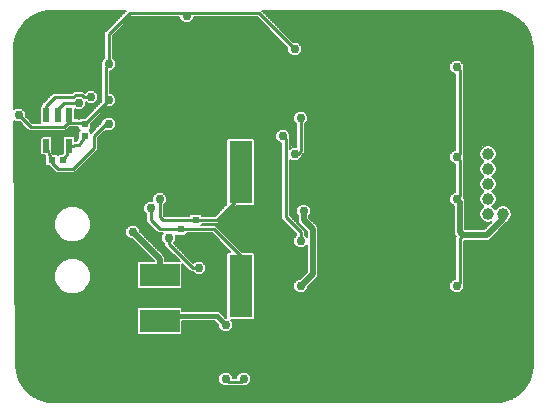
<source format=gbl>
G75*
%MOIN*%
%OFA0B0*%
%FSLAX25Y25*%
%IPPOS*%
%LPD*%
%AMOC8*
5,1,8,0,0,1.08239X$1,22.5*
%
%ADD10R,0.02362X0.02362*%
%ADD11R,0.13386X0.07480*%
%ADD12R,0.07600X0.21000*%
%ADD13R,0.02165X0.04724*%
%ADD14C,0.03969*%
%ADD15C,0.02978*%
%ADD16C,0.01600*%
%ADD17C,0.01000*%
%ADD18C,0.02000*%
%ADD19C,0.00600*%
D10*
X0088772Y0060531D03*
X0088772Y0064469D03*
X0093772Y0067531D03*
X0093772Y0071469D03*
X0056772Y0095531D03*
X0056772Y0099469D03*
X0049741Y0087500D03*
X0045804Y0087500D03*
D11*
X0081772Y0049177D03*
X0081772Y0033823D03*
D12*
X0108772Y0045500D03*
X0108772Y0083500D03*
D13*
X0051512Y0092382D03*
X0047772Y0092382D03*
X0044032Y0092382D03*
X0044032Y0102618D03*
X0047772Y0102618D03*
X0051512Y0102618D03*
D14*
X0191233Y0089598D03*
X0196233Y0089598D03*
X0196233Y0084598D03*
X0196233Y0079598D03*
X0191233Y0079598D03*
X0191233Y0084598D03*
X0191233Y0074598D03*
X0191233Y0069598D03*
X0196233Y0069598D03*
X0196233Y0074598D03*
D15*
X0180772Y0074500D03*
X0173772Y0079500D03*
X0180772Y0088500D03*
X0185772Y0113500D03*
X0180772Y0118500D03*
X0128772Y0113500D03*
X0126772Y0124500D03*
X0128772Y0101500D03*
X0122772Y0095500D03*
X0126772Y0089500D03*
X0128772Y0083500D03*
X0129772Y0070500D03*
X0128772Y0060500D03*
X0113772Y0065500D03*
X0101772Y0074531D03*
X0081772Y0074500D03*
X0078772Y0071500D03*
X0072772Y0063500D03*
X0084772Y0061500D03*
X0094772Y0051500D03*
X0068772Y0047500D03*
X0064772Y0028500D03*
X0103772Y0032500D03*
X0103772Y0014500D03*
X0109772Y0014500D03*
X0128772Y0038500D03*
X0128772Y0045500D03*
X0180772Y0045500D03*
X0180772Y0038500D03*
X0069772Y0084500D03*
X0064772Y0099500D03*
X0064772Y0107500D03*
X0058772Y0108500D03*
X0054772Y0106500D03*
X0064772Y0119500D03*
X0070772Y0127500D03*
X0090772Y0135500D03*
X0040772Y0127500D03*
X0034772Y0102500D03*
X0038772Y0094500D03*
D16*
X0083772Y0035500D02*
X0100772Y0035500D01*
X0103772Y0032500D01*
X0083772Y0035500D02*
X0082095Y0033823D01*
D17*
X0081772Y0033823D01*
X0092772Y0051500D02*
X0094772Y0051500D01*
X0092772Y0051500D02*
X0084772Y0059500D01*
X0084772Y0061500D01*
X0081772Y0064500D02*
X0088741Y0064500D01*
X0088772Y0064469D01*
X0099804Y0064469D01*
X0108772Y0055500D01*
X0108772Y0045500D01*
X0128772Y0041500D02*
X0129772Y0041500D01*
X0128772Y0060500D02*
X0128772Y0063500D01*
X0123772Y0068500D01*
X0123772Y0094500D01*
X0122772Y0095500D01*
X0127772Y0089500D02*
X0128772Y0090500D01*
X0128772Y0101500D01*
X0127772Y0089500D02*
X0126772Y0089500D01*
X0108772Y0083500D02*
X0106772Y0073500D01*
X0100804Y0067531D01*
X0093772Y0067531D01*
X0093741Y0067500D01*
X0082772Y0067500D01*
X0081772Y0068500D01*
X0081772Y0074500D01*
X0078772Y0071500D02*
X0078772Y0067500D01*
X0081772Y0064500D01*
X0059772Y0091500D02*
X0052772Y0084500D01*
X0047772Y0084500D01*
X0045804Y0086469D01*
X0045804Y0087500D01*
X0044772Y0089500D01*
X0044032Y0092382D01*
X0046215Y0093939D02*
X0046215Y0095200D01*
X0045570Y0095844D01*
X0042494Y0095844D01*
X0041150Y0094500D01*
X0038772Y0094500D01*
X0038772Y0098500D02*
X0049772Y0098500D01*
X0051272Y0100000D01*
X0053772Y0100000D01*
X0053788Y0099984D01*
X0057288Y0099984D01*
X0056772Y0099469D01*
X0057288Y0099984D02*
X0064772Y0107469D01*
X0064772Y0107500D01*
X0063772Y0108500D01*
X0063772Y0118500D01*
X0064772Y0119500D01*
X0064772Y0129500D01*
X0071772Y0136500D01*
X0089772Y0136500D01*
X0090772Y0135500D01*
X0091772Y0136500D01*
X0114772Y0136500D01*
X0126772Y0124500D01*
X0180772Y0118500D02*
X0181772Y0117500D01*
X0181772Y0089500D01*
X0180772Y0088500D01*
X0181772Y0087500D01*
X0181772Y0075500D01*
X0180772Y0074500D01*
X0181772Y0073500D01*
X0182772Y0062500D02*
X0181772Y0061500D01*
X0181772Y0046500D01*
X0180772Y0045500D01*
X0109772Y0014500D02*
X0108772Y0013500D01*
X0104772Y0013500D01*
X0103772Y0014500D01*
X0049741Y0087500D02*
X0050772Y0089500D01*
X0051512Y0092382D01*
X0054772Y0092500D01*
X0056772Y0095531D01*
X0059772Y0095500D02*
X0059772Y0091500D01*
X0059772Y0095500D02*
X0063772Y0099500D01*
X0064772Y0099500D01*
X0054272Y0100000D02*
X0053772Y0100000D01*
X0051512Y0100240D02*
X0051272Y0100000D01*
X0051512Y0100240D02*
X0051512Y0102618D01*
X0047772Y0102618D02*
X0047772Y0104500D01*
X0049772Y0106500D01*
X0054772Y0106500D01*
X0053111Y0108500D02*
X0046772Y0108500D01*
X0043772Y0105500D01*
X0044032Y0102618D01*
X0038772Y0098500D02*
X0034772Y0102500D01*
X0046215Y0093939D02*
X0047772Y0092382D01*
X0047772Y0094500D01*
X0053111Y0108500D02*
X0053700Y0109089D01*
X0055845Y0109089D01*
X0056433Y0108500D01*
X0058772Y0108500D01*
D18*
X0072772Y0063500D02*
X0081772Y0054500D01*
X0081772Y0049177D01*
X0128772Y0045500D02*
X0132772Y0049500D01*
X0132772Y0064500D01*
X0129772Y0067500D01*
X0129772Y0070500D01*
X0181772Y0073500D02*
X0181772Y0063500D01*
X0182772Y0062500D01*
X0190772Y0062500D01*
X0196233Y0067961D01*
X0196233Y0069598D01*
D19*
X0034104Y0017418D02*
X0034950Y0014334D01*
X0036562Y0011573D01*
X0038831Y0009320D01*
X0038831Y0009320D01*
X0041604Y0007728D01*
X0044693Y0006904D01*
X0046292Y0006800D01*
X0047147Y0006800D01*
X0047147Y0006800D01*
X0193916Y0006800D01*
X0195516Y0006905D01*
X0198606Y0007733D01*
X0201377Y0009333D01*
X0203640Y0011595D01*
X0205240Y0014366D01*
X0206068Y0017457D01*
X0206173Y0019057D01*
X0206173Y0124910D01*
X0206067Y0126521D01*
X0205234Y0129632D01*
X0203623Y0132421D01*
X0201346Y0134698D01*
X0198557Y0136309D01*
X0195446Y0137142D01*
X0193835Y0137248D01*
X0116004Y0137248D01*
X0116172Y0137080D01*
X0126363Y0126889D01*
X0127762Y0126889D01*
X0129161Y0125490D01*
X0129161Y0123510D01*
X0127762Y0122111D01*
X0125783Y0122111D01*
X0124383Y0123510D01*
X0124383Y0124909D01*
X0114192Y0135100D01*
X0093161Y0135100D01*
X0093161Y0134510D01*
X0091762Y0133111D01*
X0089783Y0133111D01*
X0088383Y0134510D01*
X0088383Y0135100D01*
X0072352Y0135100D01*
X0066172Y0128920D01*
X0066172Y0121479D01*
X0067161Y0120490D01*
X0067161Y0118510D01*
X0065762Y0117111D01*
X0065172Y0117111D01*
X0065172Y0109889D01*
X0065762Y0109889D01*
X0067161Y0108490D01*
X0067161Y0106510D01*
X0065762Y0105111D01*
X0064395Y0105111D01*
X0058853Y0099570D01*
X0058853Y0097915D01*
X0058439Y0097500D01*
X0058853Y0097085D01*
X0058853Y0096561D01*
X0059192Y0096900D01*
X0062383Y0100091D01*
X0062383Y0100490D01*
X0063783Y0101889D01*
X0065762Y0101889D01*
X0067161Y0100490D01*
X0067161Y0098510D01*
X0065762Y0097111D01*
X0063783Y0097111D01*
X0063573Y0097321D01*
X0061172Y0094920D01*
X0061172Y0090920D01*
X0054172Y0083920D01*
X0053352Y0083100D01*
X0047192Y0083100D01*
X0045224Y0085069D01*
X0044873Y0085419D01*
X0044250Y0085419D01*
X0043723Y0085946D01*
X0043723Y0088481D01*
X0043713Y0088500D01*
X0043560Y0088590D01*
X0043455Y0088999D01*
X0043393Y0089120D01*
X0042576Y0089120D01*
X0042049Y0089647D01*
X0042049Y0095117D01*
X0042576Y0095644D01*
X0045487Y0095644D01*
X0046015Y0095117D01*
X0046015Y0090290D01*
X0046089Y0090001D01*
X0046306Y0089581D01*
X0047358Y0089581D01*
X0047772Y0089166D01*
X0048187Y0089581D01*
X0049239Y0089581D01*
X0049455Y0090001D01*
X0049530Y0090290D01*
X0049530Y0095117D01*
X0050057Y0095644D01*
X0052968Y0095644D01*
X0053495Y0095117D01*
X0053495Y0093855D01*
X0054001Y0093873D01*
X0054691Y0094919D01*
X0054691Y0097085D01*
X0055106Y0097500D01*
X0054691Y0097915D01*
X0054691Y0098584D01*
X0053208Y0098584D01*
X0053192Y0098600D01*
X0051852Y0098600D01*
X0051172Y0097920D01*
X0051172Y0097920D01*
X0050352Y0097100D01*
X0038192Y0097100D01*
X0037372Y0097920D01*
X0035181Y0100111D01*
X0033783Y0100111D01*
X0033402Y0100492D01*
X0033988Y0019016D01*
X0034104Y0017418D01*
X0034091Y0017596D02*
X0206077Y0017596D01*
X0206116Y0018195D02*
X0034047Y0018195D01*
X0034004Y0018793D02*
X0206156Y0018793D01*
X0206173Y0019392D02*
X0033985Y0019392D01*
X0033981Y0019990D02*
X0206173Y0019990D01*
X0206173Y0020589D02*
X0033977Y0020589D01*
X0033972Y0021187D02*
X0206173Y0021187D01*
X0206173Y0021786D02*
X0033968Y0021786D01*
X0033964Y0022384D02*
X0206173Y0022384D01*
X0206173Y0022983D02*
X0033959Y0022983D01*
X0033955Y0023581D02*
X0206173Y0023581D01*
X0206173Y0024180D02*
X0033951Y0024180D01*
X0033946Y0024778D02*
X0206173Y0024778D01*
X0206173Y0025377D02*
X0033942Y0025377D01*
X0033938Y0025975D02*
X0206173Y0025975D01*
X0206173Y0026574D02*
X0033934Y0026574D01*
X0033929Y0027172D02*
X0206173Y0027172D01*
X0206173Y0027771D02*
X0033925Y0027771D01*
X0033921Y0028370D02*
X0206173Y0028370D01*
X0206173Y0028968D02*
X0033916Y0028968D01*
X0033912Y0029567D02*
X0074323Y0029567D01*
X0074179Y0029710D02*
X0074706Y0029183D01*
X0088838Y0029183D01*
X0089365Y0029710D01*
X0089365Y0033800D01*
X0100068Y0033800D01*
X0101383Y0032485D01*
X0101383Y0031510D01*
X0102783Y0030111D01*
X0104762Y0030111D01*
X0106161Y0031510D01*
X0106161Y0033490D01*
X0105551Y0034100D01*
X0112945Y0034100D01*
X0113472Y0034627D01*
X0113472Y0056373D01*
X0112945Y0056900D01*
X0109352Y0056900D01*
X0100384Y0065868D01*
X0095744Y0065868D01*
X0095853Y0065978D01*
X0095853Y0066131D01*
X0101384Y0066131D01*
X0107352Y0072100D01*
X0112945Y0072100D01*
X0113472Y0072627D01*
X0113472Y0094373D01*
X0112945Y0094900D01*
X0104599Y0094900D01*
X0104072Y0094373D01*
X0104072Y0072780D01*
X0100224Y0068931D01*
X0095853Y0068931D01*
X0095853Y0069085D01*
X0095326Y0069613D01*
X0092218Y0069613D01*
X0091691Y0069085D01*
X0091691Y0068900D01*
X0083352Y0068900D01*
X0083172Y0069080D01*
X0083172Y0072521D01*
X0084161Y0073510D01*
X0084161Y0075490D01*
X0082762Y0076889D01*
X0080783Y0076889D01*
X0079383Y0075490D01*
X0079383Y0073889D01*
X0077783Y0073889D01*
X0076383Y0072490D01*
X0076383Y0070510D01*
X0077372Y0069521D01*
X0077372Y0066920D01*
X0080372Y0063920D01*
X0081192Y0063100D01*
X0082994Y0063100D01*
X0082383Y0062490D01*
X0082383Y0060510D01*
X0083372Y0059521D01*
X0083372Y0058920D01*
X0088475Y0053817D01*
X0083672Y0053817D01*
X0083672Y0055287D01*
X0082559Y0056400D01*
X0075161Y0063798D01*
X0075161Y0064490D01*
X0073762Y0065889D01*
X0071783Y0065889D01*
X0070383Y0064490D01*
X0070383Y0062510D01*
X0071783Y0061111D01*
X0072474Y0061111D01*
X0079768Y0053817D01*
X0074706Y0053817D01*
X0074179Y0053290D01*
X0074179Y0045064D01*
X0074706Y0044537D01*
X0088838Y0044537D01*
X0089365Y0045064D01*
X0089365Y0052927D01*
X0091372Y0050920D01*
X0092192Y0050100D01*
X0092794Y0050100D01*
X0093783Y0049111D01*
X0095762Y0049111D01*
X0097161Y0050510D01*
X0097161Y0052490D01*
X0095762Y0053889D01*
X0093783Y0053889D01*
X0093073Y0053179D01*
X0086451Y0059801D01*
X0087161Y0060510D01*
X0087161Y0062445D01*
X0087218Y0062387D01*
X0090326Y0062387D01*
X0090853Y0062915D01*
X0090853Y0063069D01*
X0099224Y0063069D01*
X0105392Y0056900D01*
X0104599Y0056900D01*
X0104072Y0056373D01*
X0104072Y0034889D01*
X0103787Y0034889D01*
X0102472Y0036204D01*
X0101476Y0037200D01*
X0089365Y0037200D01*
X0089365Y0037936D01*
X0088838Y0038463D01*
X0074706Y0038463D01*
X0074179Y0037936D01*
X0074179Y0029710D01*
X0074179Y0030165D02*
X0033908Y0030165D01*
X0033903Y0030764D02*
X0074179Y0030764D01*
X0074179Y0031362D02*
X0033899Y0031362D01*
X0033895Y0031961D02*
X0074179Y0031961D01*
X0074179Y0032559D02*
X0033890Y0032559D01*
X0033886Y0033158D02*
X0074179Y0033158D01*
X0074179Y0033756D02*
X0033882Y0033756D01*
X0033878Y0034355D02*
X0074179Y0034355D01*
X0074179Y0034953D02*
X0033873Y0034953D01*
X0033869Y0035552D02*
X0074179Y0035552D01*
X0074179Y0036150D02*
X0033865Y0036150D01*
X0033860Y0036749D02*
X0074179Y0036749D01*
X0074179Y0037347D02*
X0033856Y0037347D01*
X0033852Y0037946D02*
X0074189Y0037946D01*
X0074179Y0045128D02*
X0057648Y0045128D01*
X0057919Y0045399D02*
X0058844Y0047631D01*
X0058844Y0050046D01*
X0057919Y0052278D01*
X0056211Y0053986D01*
X0053980Y0054910D01*
X0051564Y0054910D01*
X0049333Y0053986D01*
X0047625Y0052278D01*
X0046700Y0050046D01*
X0046700Y0047631D01*
X0047625Y0045399D01*
X0049333Y0043691D01*
X0051564Y0042767D01*
X0053980Y0042767D01*
X0056211Y0043691D01*
X0057919Y0045399D01*
X0058055Y0045726D02*
X0074179Y0045726D01*
X0074179Y0046325D02*
X0058303Y0046325D01*
X0058551Y0046923D02*
X0074179Y0046923D01*
X0074179Y0047522D02*
X0058799Y0047522D01*
X0058844Y0048120D02*
X0074179Y0048120D01*
X0074179Y0048719D02*
X0058844Y0048719D01*
X0058844Y0049317D02*
X0074179Y0049317D01*
X0074179Y0049916D02*
X0058844Y0049916D01*
X0058650Y0050514D02*
X0074179Y0050514D01*
X0074179Y0051113D02*
X0058402Y0051113D01*
X0058154Y0051711D02*
X0074179Y0051711D01*
X0074179Y0052310D02*
X0057887Y0052310D01*
X0057289Y0052908D02*
X0074179Y0052908D01*
X0074396Y0053507D02*
X0056690Y0053507D01*
X0055923Y0054105D02*
X0079480Y0054105D01*
X0078881Y0054704D02*
X0054478Y0054704D01*
X0051067Y0054704D02*
X0033731Y0054704D01*
X0033736Y0054105D02*
X0049622Y0054105D01*
X0048854Y0053507D02*
X0033740Y0053507D01*
X0033744Y0052908D02*
X0048255Y0052908D01*
X0047657Y0052310D02*
X0033748Y0052310D01*
X0033753Y0051711D02*
X0047390Y0051711D01*
X0047142Y0051113D02*
X0033757Y0051113D01*
X0033761Y0050514D02*
X0046894Y0050514D01*
X0046700Y0049916D02*
X0033766Y0049916D01*
X0033770Y0049317D02*
X0046700Y0049317D01*
X0046700Y0048719D02*
X0033774Y0048719D01*
X0033779Y0048120D02*
X0046700Y0048120D01*
X0046746Y0047522D02*
X0033783Y0047522D01*
X0033787Y0046923D02*
X0046994Y0046923D01*
X0047241Y0046325D02*
X0033791Y0046325D01*
X0033796Y0045726D02*
X0047489Y0045726D01*
X0047896Y0045128D02*
X0033800Y0045128D01*
X0033804Y0044529D02*
X0048495Y0044529D01*
X0049093Y0043931D02*
X0033809Y0043931D01*
X0033813Y0043332D02*
X0050199Y0043332D01*
X0055345Y0043332D02*
X0104072Y0043332D01*
X0104072Y0042734D02*
X0033817Y0042734D01*
X0033822Y0042135D02*
X0104072Y0042135D01*
X0104072Y0041537D02*
X0033826Y0041537D01*
X0033830Y0040938D02*
X0104072Y0040938D01*
X0104072Y0040340D02*
X0033835Y0040340D01*
X0033839Y0039741D02*
X0104072Y0039741D01*
X0104072Y0039143D02*
X0033843Y0039143D01*
X0033847Y0038544D02*
X0104072Y0038544D01*
X0104072Y0037946D02*
X0089355Y0037946D01*
X0089365Y0037347D02*
X0104072Y0037347D01*
X0104072Y0036749D02*
X0101928Y0036749D01*
X0102526Y0036150D02*
X0104072Y0036150D01*
X0104072Y0035552D02*
X0103125Y0035552D01*
X0103723Y0034953D02*
X0104072Y0034953D01*
X0105895Y0033756D02*
X0206173Y0033756D01*
X0206173Y0033158D02*
X0106161Y0033158D01*
X0106161Y0032559D02*
X0206173Y0032559D01*
X0206173Y0031961D02*
X0106161Y0031961D01*
X0106013Y0031362D02*
X0206173Y0031362D01*
X0206173Y0030764D02*
X0105414Y0030764D01*
X0104816Y0030165D02*
X0206173Y0030165D01*
X0206173Y0029567D02*
X0089222Y0029567D01*
X0089365Y0030165D02*
X0102729Y0030165D01*
X0102130Y0030764D02*
X0089365Y0030764D01*
X0089365Y0031362D02*
X0101532Y0031362D01*
X0101383Y0031961D02*
X0089365Y0031961D01*
X0089365Y0032559D02*
X0101309Y0032559D01*
X0100710Y0033158D02*
X0089365Y0033158D01*
X0089365Y0033756D02*
X0100112Y0033756D01*
X0113200Y0034355D02*
X0206173Y0034355D01*
X0206173Y0034953D02*
X0113472Y0034953D01*
X0113472Y0035552D02*
X0206173Y0035552D01*
X0206173Y0036150D02*
X0113472Y0036150D01*
X0113472Y0036749D02*
X0206173Y0036749D01*
X0206173Y0037347D02*
X0113472Y0037347D01*
X0113472Y0037946D02*
X0206173Y0037946D01*
X0206173Y0038544D02*
X0113472Y0038544D01*
X0113472Y0039143D02*
X0206173Y0039143D01*
X0206173Y0039741D02*
X0113472Y0039741D01*
X0113472Y0040340D02*
X0206173Y0040340D01*
X0206173Y0040938D02*
X0113472Y0040938D01*
X0113472Y0041537D02*
X0206173Y0041537D01*
X0206173Y0042135D02*
X0113472Y0042135D01*
X0113472Y0042734D02*
X0206173Y0042734D01*
X0206173Y0043332D02*
X0181983Y0043332D01*
X0181762Y0043111D02*
X0183161Y0044510D01*
X0183161Y0045909D01*
X0183172Y0045920D01*
X0183172Y0060600D01*
X0191559Y0060600D01*
X0197020Y0066061D01*
X0198133Y0067174D01*
X0198133Y0067419D01*
X0198678Y0067965D01*
X0199117Y0069025D01*
X0199117Y0070172D01*
X0198678Y0071232D01*
X0197867Y0072044D01*
X0196806Y0072483D01*
X0195659Y0072483D01*
X0194599Y0072044D01*
X0193788Y0071232D01*
X0193733Y0071100D01*
X0193678Y0071232D01*
X0192867Y0072044D01*
X0192734Y0072098D01*
X0192867Y0072153D01*
X0193678Y0072965D01*
X0194117Y0074025D01*
X0194117Y0075172D01*
X0193678Y0076232D01*
X0192867Y0077044D01*
X0192734Y0077098D01*
X0192867Y0077153D01*
X0193678Y0077965D01*
X0194117Y0079025D01*
X0194117Y0080172D01*
X0193678Y0081232D01*
X0192867Y0082044D01*
X0192734Y0082098D01*
X0192867Y0082153D01*
X0193678Y0082965D01*
X0194117Y0084025D01*
X0194117Y0085172D01*
X0193678Y0086232D01*
X0192867Y0087044D01*
X0192734Y0087098D01*
X0192867Y0087153D01*
X0193678Y0087965D01*
X0194117Y0089025D01*
X0194117Y0090172D01*
X0193678Y0091232D01*
X0192867Y0092044D01*
X0191806Y0092483D01*
X0190659Y0092483D01*
X0189599Y0092044D01*
X0188788Y0091232D01*
X0188348Y0090172D01*
X0188348Y0089025D01*
X0188788Y0087965D01*
X0189599Y0087153D01*
X0189731Y0087098D01*
X0189599Y0087044D01*
X0188788Y0086232D01*
X0188348Y0085172D01*
X0188348Y0084025D01*
X0188788Y0082965D01*
X0189599Y0082153D01*
X0189731Y0082098D01*
X0189599Y0082044D01*
X0188788Y0081232D01*
X0188348Y0080172D01*
X0188348Y0079025D01*
X0188788Y0077965D01*
X0189599Y0077153D01*
X0189731Y0077098D01*
X0189599Y0077044D01*
X0188788Y0076232D01*
X0188348Y0075172D01*
X0188348Y0074025D01*
X0188788Y0072965D01*
X0189599Y0072153D01*
X0189731Y0072098D01*
X0189599Y0072044D01*
X0188788Y0071232D01*
X0188348Y0070172D01*
X0188348Y0069025D01*
X0188788Y0067965D01*
X0189599Y0067153D01*
X0190659Y0066714D01*
X0191806Y0066714D01*
X0192648Y0067063D01*
X0189985Y0064400D01*
X0183672Y0064400D01*
X0183672Y0074287D01*
X0183161Y0074798D01*
X0183161Y0074909D01*
X0183172Y0074920D01*
X0183172Y0088080D01*
X0183161Y0088091D01*
X0183161Y0088909D01*
X0183172Y0088920D01*
X0183172Y0118080D01*
X0183161Y0118091D01*
X0183161Y0119490D01*
X0181762Y0120889D01*
X0179783Y0120889D01*
X0178383Y0119490D01*
X0178383Y0117510D01*
X0179783Y0116111D01*
X0180372Y0116111D01*
X0180372Y0090889D01*
X0179783Y0090889D01*
X0178383Y0089490D01*
X0178383Y0087510D01*
X0179783Y0086111D01*
X0180372Y0086111D01*
X0180372Y0076889D01*
X0179783Y0076889D01*
X0178383Y0075490D01*
X0178383Y0073510D01*
X0179783Y0072111D01*
X0179872Y0072111D01*
X0179872Y0062713D01*
X0180439Y0062146D01*
X0180372Y0062080D01*
X0180372Y0047889D01*
X0179783Y0047889D01*
X0178383Y0046490D01*
X0178383Y0044510D01*
X0179783Y0043111D01*
X0181762Y0043111D01*
X0182581Y0043931D02*
X0206173Y0043931D01*
X0206173Y0044529D02*
X0183161Y0044529D01*
X0183161Y0045128D02*
X0206173Y0045128D01*
X0206173Y0045726D02*
X0183161Y0045726D01*
X0183172Y0046325D02*
X0206173Y0046325D01*
X0206173Y0046923D02*
X0183172Y0046923D01*
X0183172Y0047522D02*
X0206173Y0047522D01*
X0206173Y0048120D02*
X0183172Y0048120D01*
X0183172Y0048719D02*
X0206173Y0048719D01*
X0206173Y0049317D02*
X0183172Y0049317D01*
X0183172Y0049916D02*
X0206173Y0049916D01*
X0206173Y0050514D02*
X0183172Y0050514D01*
X0183172Y0051113D02*
X0206173Y0051113D01*
X0206173Y0051711D02*
X0183172Y0051711D01*
X0183172Y0052310D02*
X0206173Y0052310D01*
X0206173Y0052908D02*
X0183172Y0052908D01*
X0183172Y0053507D02*
X0206173Y0053507D01*
X0206173Y0054105D02*
X0183172Y0054105D01*
X0183172Y0054704D02*
X0206173Y0054704D01*
X0206173Y0055303D02*
X0183172Y0055303D01*
X0183172Y0055901D02*
X0206173Y0055901D01*
X0206173Y0056500D02*
X0183172Y0056500D01*
X0183172Y0057098D02*
X0206173Y0057098D01*
X0206173Y0057697D02*
X0183172Y0057697D01*
X0183172Y0058295D02*
X0206173Y0058295D01*
X0206173Y0058894D02*
X0183172Y0058894D01*
X0183172Y0059492D02*
X0206173Y0059492D01*
X0206173Y0060091D02*
X0183172Y0060091D01*
X0180372Y0060091D02*
X0134672Y0060091D01*
X0134672Y0060689D02*
X0180372Y0060689D01*
X0180372Y0061288D02*
X0134672Y0061288D01*
X0134672Y0061886D02*
X0180372Y0061886D01*
X0180100Y0062485D02*
X0134672Y0062485D01*
X0134672Y0063083D02*
X0179872Y0063083D01*
X0179872Y0063682D02*
X0134672Y0063682D01*
X0134672Y0064280D02*
X0179872Y0064280D01*
X0179872Y0064879D02*
X0134672Y0064879D01*
X0134672Y0065287D02*
X0133559Y0066400D01*
X0131672Y0068287D01*
X0131672Y0069021D01*
X0132161Y0069510D01*
X0132161Y0071490D01*
X0130762Y0072889D01*
X0128783Y0072889D01*
X0127383Y0071490D01*
X0127383Y0069510D01*
X0127872Y0069021D01*
X0127872Y0066713D01*
X0128985Y0065600D01*
X0130872Y0063713D01*
X0130872Y0061778D01*
X0130172Y0062479D01*
X0130172Y0064080D01*
X0129352Y0064900D01*
X0125172Y0069080D01*
X0125172Y0087721D01*
X0125783Y0087111D01*
X0127762Y0087111D01*
X0129161Y0088510D01*
X0129161Y0088909D01*
X0129352Y0089100D01*
X0130172Y0089920D01*
X0130172Y0099521D01*
X0131161Y0100510D01*
X0131161Y0102490D01*
X0129762Y0103889D01*
X0127783Y0103889D01*
X0126383Y0102490D01*
X0126383Y0100510D01*
X0127372Y0099521D01*
X0127372Y0091889D01*
X0125783Y0091889D01*
X0125172Y0091278D01*
X0125172Y0095080D01*
X0125161Y0095091D01*
X0125161Y0096490D01*
X0123762Y0097889D01*
X0121783Y0097889D01*
X0120383Y0096490D01*
X0120383Y0094510D01*
X0121783Y0093111D01*
X0122372Y0093111D01*
X0122372Y0067920D01*
X0127372Y0062920D01*
X0127372Y0062479D01*
X0126383Y0061490D01*
X0126383Y0059510D01*
X0127783Y0058111D01*
X0129762Y0058111D01*
X0130872Y0059221D01*
X0130872Y0050287D01*
X0128474Y0047889D01*
X0127783Y0047889D01*
X0126383Y0046490D01*
X0126383Y0044510D01*
X0127783Y0043111D01*
X0129762Y0043111D01*
X0131161Y0044510D01*
X0131161Y0045202D01*
X0133559Y0047600D01*
X0133559Y0047600D01*
X0134672Y0048713D01*
X0134672Y0065287D01*
X0134482Y0065477D02*
X0179872Y0065477D01*
X0179872Y0066076D02*
X0133883Y0066076D01*
X0133285Y0066674D02*
X0179872Y0066674D01*
X0179872Y0067273D02*
X0132686Y0067273D01*
X0132088Y0067871D02*
X0179872Y0067871D01*
X0179872Y0068470D02*
X0131672Y0068470D01*
X0131719Y0069068D02*
X0179872Y0069068D01*
X0179872Y0069667D02*
X0132161Y0069667D01*
X0132161Y0070265D02*
X0179872Y0070265D01*
X0179872Y0070864D02*
X0132161Y0070864D01*
X0132161Y0071462D02*
X0179872Y0071462D01*
X0179872Y0072061D02*
X0131590Y0072061D01*
X0130991Y0072659D02*
X0179234Y0072659D01*
X0178636Y0073258D02*
X0125172Y0073258D01*
X0125172Y0073856D02*
X0178383Y0073856D01*
X0178383Y0074455D02*
X0125172Y0074455D01*
X0125172Y0075053D02*
X0178383Y0075053D01*
X0178546Y0075652D02*
X0125172Y0075652D01*
X0125172Y0076250D02*
X0179144Y0076250D01*
X0179743Y0076849D02*
X0125172Y0076849D01*
X0125172Y0077447D02*
X0180372Y0077447D01*
X0180372Y0078046D02*
X0125172Y0078046D01*
X0125172Y0078644D02*
X0180372Y0078644D01*
X0180372Y0079243D02*
X0125172Y0079243D01*
X0125172Y0079841D02*
X0180372Y0079841D01*
X0180372Y0080440D02*
X0125172Y0080440D01*
X0125172Y0081039D02*
X0180372Y0081039D01*
X0180372Y0081637D02*
X0125172Y0081637D01*
X0125172Y0082236D02*
X0180372Y0082236D01*
X0180372Y0082834D02*
X0125172Y0082834D01*
X0125172Y0083433D02*
X0180372Y0083433D01*
X0180372Y0084031D02*
X0125172Y0084031D01*
X0125172Y0084630D02*
X0180372Y0084630D01*
X0180372Y0085228D02*
X0125172Y0085228D01*
X0125172Y0085827D02*
X0180372Y0085827D01*
X0179468Y0086425D02*
X0125172Y0086425D01*
X0125172Y0087024D02*
X0178870Y0087024D01*
X0178383Y0087622D02*
X0128273Y0087622D01*
X0128871Y0088221D02*
X0178383Y0088221D01*
X0178383Y0088819D02*
X0129161Y0088819D01*
X0129670Y0089418D02*
X0178383Y0089418D01*
X0178910Y0090016D02*
X0130172Y0090016D01*
X0130172Y0090615D02*
X0179508Y0090615D01*
X0180372Y0091213D02*
X0130172Y0091213D01*
X0130172Y0091812D02*
X0180372Y0091812D01*
X0180372Y0092410D02*
X0130172Y0092410D01*
X0130172Y0093009D02*
X0180372Y0093009D01*
X0180372Y0093607D02*
X0130172Y0093607D01*
X0130172Y0094206D02*
X0180372Y0094206D01*
X0180372Y0094804D02*
X0130172Y0094804D01*
X0130172Y0095403D02*
X0180372Y0095403D01*
X0180372Y0096001D02*
X0130172Y0096001D01*
X0130172Y0096600D02*
X0180372Y0096600D01*
X0180372Y0097198D02*
X0130172Y0097198D01*
X0130172Y0097797D02*
X0180372Y0097797D01*
X0180372Y0098395D02*
X0130172Y0098395D01*
X0130172Y0098994D02*
X0180372Y0098994D01*
X0180372Y0099592D02*
X0130243Y0099592D01*
X0130842Y0100191D02*
X0180372Y0100191D01*
X0180372Y0100789D02*
X0131161Y0100789D01*
X0131161Y0101388D02*
X0180372Y0101388D01*
X0180372Y0101986D02*
X0131161Y0101986D01*
X0131066Y0102585D02*
X0180372Y0102585D01*
X0180372Y0103183D02*
X0130467Y0103183D01*
X0129869Y0103782D02*
X0180372Y0103782D01*
X0180372Y0104380D02*
X0063664Y0104380D01*
X0063065Y0103782D02*
X0127676Y0103782D01*
X0127077Y0103183D02*
X0062467Y0103183D01*
X0061868Y0102585D02*
X0126479Y0102585D01*
X0126383Y0101986D02*
X0061270Y0101986D01*
X0060671Y0101388D02*
X0063281Y0101388D01*
X0062683Y0100789D02*
X0060073Y0100789D01*
X0059474Y0100191D02*
X0062383Y0100191D01*
X0061885Y0099592D02*
X0058876Y0099592D01*
X0058853Y0098994D02*
X0061286Y0098994D01*
X0060688Y0098395D02*
X0058853Y0098395D01*
X0058735Y0097797D02*
X0060089Y0097797D01*
X0059491Y0097198D02*
X0058740Y0097198D01*
X0058853Y0096600D02*
X0058892Y0096600D01*
X0061172Y0094804D02*
X0104504Y0094804D01*
X0104072Y0094206D02*
X0061172Y0094206D01*
X0061172Y0093607D02*
X0104072Y0093607D01*
X0104072Y0093009D02*
X0061172Y0093009D01*
X0061172Y0092410D02*
X0104072Y0092410D01*
X0104072Y0091812D02*
X0061172Y0091812D01*
X0061172Y0091213D02*
X0104072Y0091213D01*
X0104072Y0090615D02*
X0060867Y0090615D01*
X0060268Y0090016D02*
X0104072Y0090016D01*
X0104072Y0089418D02*
X0059670Y0089418D01*
X0059071Y0088819D02*
X0104072Y0088819D01*
X0104072Y0088221D02*
X0058473Y0088221D01*
X0057874Y0087622D02*
X0104072Y0087622D01*
X0104072Y0087024D02*
X0057276Y0087024D01*
X0056677Y0086425D02*
X0104072Y0086425D01*
X0104072Y0085827D02*
X0056079Y0085827D01*
X0055480Y0085228D02*
X0104072Y0085228D01*
X0104072Y0084630D02*
X0054882Y0084630D01*
X0054283Y0084031D02*
X0104072Y0084031D01*
X0104072Y0083433D02*
X0053685Y0083433D01*
X0046860Y0083433D02*
X0033525Y0083433D01*
X0033520Y0084031D02*
X0046261Y0084031D01*
X0045663Y0084630D02*
X0033516Y0084630D01*
X0033512Y0085228D02*
X0045064Y0085228D01*
X0043842Y0085827D02*
X0033507Y0085827D01*
X0033503Y0086425D02*
X0043723Y0086425D01*
X0043723Y0087024D02*
X0033499Y0087024D01*
X0033494Y0087622D02*
X0043723Y0087622D01*
X0043723Y0088221D02*
X0033490Y0088221D01*
X0033486Y0088819D02*
X0043502Y0088819D01*
X0042279Y0089418D02*
X0033482Y0089418D01*
X0033477Y0090016D02*
X0042049Y0090016D01*
X0042049Y0090615D02*
X0033473Y0090615D01*
X0033469Y0091213D02*
X0042049Y0091213D01*
X0042049Y0091812D02*
X0033464Y0091812D01*
X0033460Y0092410D02*
X0042049Y0092410D01*
X0042049Y0093009D02*
X0033456Y0093009D01*
X0033451Y0093607D02*
X0042049Y0093607D01*
X0042049Y0094206D02*
X0033447Y0094206D01*
X0033443Y0094804D02*
X0042049Y0094804D01*
X0042335Y0095403D02*
X0033439Y0095403D01*
X0033434Y0096001D02*
X0054691Y0096001D01*
X0054691Y0095403D02*
X0053209Y0095403D01*
X0053495Y0094804D02*
X0054615Y0094804D01*
X0054220Y0094206D02*
X0053495Y0094206D01*
X0054691Y0096600D02*
X0033430Y0096600D01*
X0033426Y0097198D02*
X0038094Y0097198D01*
X0037495Y0097797D02*
X0033421Y0097797D01*
X0033417Y0098395D02*
X0036897Y0098395D01*
X0036298Y0098994D02*
X0033413Y0098994D01*
X0033408Y0099592D02*
X0035700Y0099592D01*
X0033703Y0100191D02*
X0033404Y0100191D01*
X0037161Y0102091D02*
X0037161Y0103490D01*
X0035762Y0104889D01*
X0033783Y0104889D01*
X0033373Y0104480D01*
X0033234Y0123832D01*
X0033230Y0124339D01*
X0033228Y0124687D01*
X0033297Y0126090D01*
X0033904Y0128829D01*
X0035109Y0131363D01*
X0036849Y0133563D01*
X0039037Y0135319D01*
X0041562Y0136542D01*
X0044296Y0137169D01*
X0045699Y0137248D01*
X0070540Y0137248D01*
X0070372Y0137080D01*
X0070372Y0137080D01*
X0064192Y0130900D01*
X0064192Y0130900D01*
X0063372Y0130080D01*
X0063372Y0121479D01*
X0062383Y0120490D01*
X0062383Y0119091D01*
X0062372Y0119080D01*
X0062372Y0107920D01*
X0062383Y0107909D01*
X0062383Y0107059D01*
X0056873Y0101550D01*
X0055218Y0101550D01*
X0055053Y0101384D01*
X0054868Y0101384D01*
X0054852Y0101400D01*
X0053495Y0101400D01*
X0053495Y0104399D01*
X0053783Y0104111D01*
X0055762Y0104111D01*
X0057161Y0105510D01*
X0057161Y0106733D01*
X0057783Y0106111D01*
X0059762Y0106111D01*
X0061161Y0107510D01*
X0061161Y0109490D01*
X0059762Y0110889D01*
X0057783Y0110889D01*
X0056903Y0110010D01*
X0056424Y0110489D01*
X0053120Y0110489D01*
X0052531Y0109900D01*
X0046192Y0109900D01*
X0045372Y0109080D01*
X0045372Y0109080D01*
X0043141Y0106849D01*
X0043069Y0106842D01*
X0042738Y0106445D01*
X0042372Y0106080D01*
X0042372Y0106007D01*
X0042326Y0105952D01*
X0042352Y0105656D01*
X0042049Y0105353D01*
X0042049Y0099900D01*
X0039352Y0099900D01*
X0037161Y0102091D01*
X0037266Y0101986D02*
X0042049Y0101986D01*
X0042049Y0101388D02*
X0037864Y0101388D01*
X0038463Y0100789D02*
X0042049Y0100789D01*
X0042049Y0100191D02*
X0039061Y0100191D01*
X0037161Y0102585D02*
X0042049Y0102585D01*
X0042049Y0103183D02*
X0037161Y0103183D01*
X0036869Y0103782D02*
X0042049Y0103782D01*
X0042049Y0104380D02*
X0036270Y0104380D01*
X0033370Y0104979D02*
X0042049Y0104979D01*
X0042274Y0105577D02*
X0033365Y0105577D01*
X0033361Y0106176D02*
X0042468Y0106176D01*
X0043012Y0106774D02*
X0033357Y0106774D01*
X0033352Y0107373D02*
X0043665Y0107373D01*
X0044264Y0107972D02*
X0033348Y0107972D01*
X0033344Y0108570D02*
X0044862Y0108570D01*
X0045461Y0109169D02*
X0033340Y0109169D01*
X0033335Y0109767D02*
X0046059Y0109767D01*
X0052996Y0110366D02*
X0033331Y0110366D01*
X0033327Y0110964D02*
X0062372Y0110964D01*
X0062372Y0110366D02*
X0060285Y0110366D01*
X0060884Y0109767D02*
X0062372Y0109767D01*
X0062372Y0109169D02*
X0061161Y0109169D01*
X0061161Y0108570D02*
X0062372Y0108570D01*
X0062372Y0107972D02*
X0061161Y0107972D01*
X0061024Y0107373D02*
X0062383Y0107373D01*
X0062098Y0106774D02*
X0060425Y0106774D01*
X0059827Y0106176D02*
X0061500Y0106176D01*
X0060901Y0105577D02*
X0057161Y0105577D01*
X0057161Y0106176D02*
X0057718Y0106176D01*
X0056630Y0104979D02*
X0060303Y0104979D01*
X0059704Y0104380D02*
X0056031Y0104380D01*
X0053513Y0104380D02*
X0053495Y0104380D01*
X0053495Y0103782D02*
X0059106Y0103782D01*
X0058507Y0103183D02*
X0053495Y0103183D01*
X0053495Y0102585D02*
X0057909Y0102585D01*
X0057310Y0101986D02*
X0053495Y0101986D01*
X0054864Y0101388D02*
X0055057Y0101388D01*
X0054691Y0098395D02*
X0051647Y0098395D01*
X0051049Y0097797D02*
X0054809Y0097797D01*
X0054804Y0097198D02*
X0050450Y0097198D01*
X0049816Y0095403D02*
X0045729Y0095403D01*
X0046015Y0094804D02*
X0049530Y0094804D01*
X0049530Y0094206D02*
X0046015Y0094206D01*
X0046015Y0093607D02*
X0049530Y0093607D01*
X0049530Y0093009D02*
X0046015Y0093009D01*
X0046015Y0092410D02*
X0049530Y0092410D01*
X0049530Y0091812D02*
X0046015Y0091812D01*
X0046015Y0091213D02*
X0049530Y0091213D01*
X0049530Y0090615D02*
X0046015Y0090615D01*
X0046085Y0090016D02*
X0049459Y0090016D01*
X0048023Y0089418D02*
X0047521Y0089418D01*
X0033529Y0082834D02*
X0104072Y0082834D01*
X0104072Y0082236D02*
X0033533Y0082236D01*
X0033538Y0081637D02*
X0104072Y0081637D01*
X0104072Y0081039D02*
X0033542Y0081039D01*
X0033546Y0080440D02*
X0104072Y0080440D01*
X0104072Y0079841D02*
X0033550Y0079841D01*
X0033555Y0079243D02*
X0104072Y0079243D01*
X0104072Y0078644D02*
X0033559Y0078644D01*
X0033563Y0078046D02*
X0104072Y0078046D01*
X0104072Y0077447D02*
X0033568Y0077447D01*
X0033572Y0076849D02*
X0080743Y0076849D01*
X0080144Y0076250D02*
X0033576Y0076250D01*
X0033581Y0075652D02*
X0079546Y0075652D01*
X0079383Y0075053D02*
X0033585Y0075053D01*
X0033589Y0074455D02*
X0079383Y0074455D01*
X0077750Y0073856D02*
X0033593Y0073856D01*
X0033598Y0073258D02*
X0077151Y0073258D01*
X0076553Y0072659D02*
X0033602Y0072659D01*
X0033606Y0072061D02*
X0051149Y0072061D01*
X0051564Y0072233D02*
X0049333Y0071309D01*
X0047625Y0069601D01*
X0046700Y0067369D01*
X0046700Y0064954D01*
X0047625Y0062722D01*
X0049333Y0061014D01*
X0051564Y0060090D01*
X0053980Y0060090D01*
X0056211Y0061014D01*
X0057919Y0062722D01*
X0058844Y0064954D01*
X0058844Y0067369D01*
X0057919Y0069601D01*
X0056211Y0071309D01*
X0053980Y0072233D01*
X0051564Y0072233D01*
X0049704Y0071462D02*
X0033611Y0071462D01*
X0033615Y0070864D02*
X0048888Y0070864D01*
X0048289Y0070265D02*
X0033619Y0070265D01*
X0033624Y0069667D02*
X0047691Y0069667D01*
X0047404Y0069068D02*
X0033628Y0069068D01*
X0033632Y0068470D02*
X0047156Y0068470D01*
X0046908Y0067871D02*
X0033637Y0067871D01*
X0033641Y0067273D02*
X0046700Y0067273D01*
X0046700Y0066674D02*
X0033645Y0066674D01*
X0033649Y0066076D02*
X0046700Y0066076D01*
X0046700Y0065477D02*
X0033654Y0065477D01*
X0033658Y0064879D02*
X0046732Y0064879D01*
X0046979Y0064280D02*
X0033662Y0064280D01*
X0033667Y0063682D02*
X0047227Y0063682D01*
X0047475Y0063083D02*
X0033671Y0063083D01*
X0033675Y0062485D02*
X0047862Y0062485D01*
X0048461Y0061886D02*
X0033680Y0061886D01*
X0033684Y0061288D02*
X0049059Y0061288D01*
X0050117Y0060689D02*
X0033688Y0060689D01*
X0033692Y0060091D02*
X0051562Y0060091D01*
X0053982Y0060091D02*
X0073495Y0060091D01*
X0074093Y0059492D02*
X0033697Y0059492D01*
X0033701Y0058894D02*
X0074692Y0058894D01*
X0075290Y0058295D02*
X0033705Y0058295D01*
X0033710Y0057697D02*
X0075889Y0057697D01*
X0076487Y0057098D02*
X0033714Y0057098D01*
X0033718Y0056500D02*
X0077086Y0056500D01*
X0077684Y0055901D02*
X0033723Y0055901D01*
X0033727Y0055303D02*
X0078283Y0055303D01*
X0081263Y0057697D02*
X0084596Y0057697D01*
X0083997Y0058295D02*
X0080664Y0058295D01*
X0080066Y0058894D02*
X0083399Y0058894D01*
X0083372Y0059492D02*
X0079467Y0059492D01*
X0078868Y0060091D02*
X0082803Y0060091D01*
X0082383Y0060689D02*
X0078270Y0060689D01*
X0077671Y0061288D02*
X0082383Y0061288D01*
X0082383Y0061886D02*
X0077073Y0061886D01*
X0076474Y0062485D02*
X0082383Y0062485D01*
X0082977Y0063083D02*
X0075876Y0063083D01*
X0075277Y0063682D02*
X0080611Y0063682D01*
X0080012Y0064280D02*
X0075161Y0064280D01*
X0074772Y0064879D02*
X0079414Y0064879D01*
X0078815Y0065477D02*
X0074173Y0065477D01*
X0077618Y0066674D02*
X0058844Y0066674D01*
X0058844Y0066076D02*
X0078216Y0066076D01*
X0077372Y0067273D02*
X0058844Y0067273D01*
X0058636Y0067871D02*
X0077372Y0067871D01*
X0077372Y0068470D02*
X0058388Y0068470D01*
X0058140Y0069068D02*
X0077372Y0069068D01*
X0077227Y0069667D02*
X0057853Y0069667D01*
X0057255Y0070265D02*
X0076628Y0070265D01*
X0076383Y0070864D02*
X0056656Y0070864D01*
X0055841Y0071462D02*
X0076383Y0071462D01*
X0076383Y0072061D02*
X0054396Y0072061D01*
X0058844Y0065477D02*
X0071371Y0065477D01*
X0070772Y0064879D02*
X0058813Y0064879D01*
X0058565Y0064280D02*
X0070383Y0064280D01*
X0070383Y0063682D02*
X0058317Y0063682D01*
X0058069Y0063083D02*
X0070383Y0063083D01*
X0070409Y0062485D02*
X0057682Y0062485D01*
X0057083Y0061886D02*
X0071007Y0061886D01*
X0071606Y0061288D02*
X0056485Y0061288D01*
X0055427Y0060689D02*
X0072896Y0060689D01*
X0081861Y0057098D02*
X0085194Y0057098D01*
X0085793Y0056500D02*
X0082460Y0056500D01*
X0083058Y0055901D02*
X0086391Y0055901D01*
X0086990Y0055303D02*
X0083657Y0055303D01*
X0083672Y0054704D02*
X0087588Y0054704D01*
X0088187Y0054105D02*
X0083672Y0054105D01*
X0089154Y0057098D02*
X0105194Y0057098D01*
X0104596Y0057697D02*
X0088555Y0057697D01*
X0087957Y0058295D02*
X0103997Y0058295D01*
X0103399Y0058894D02*
X0087358Y0058894D01*
X0086760Y0059492D02*
X0102800Y0059492D01*
X0102202Y0060091D02*
X0086741Y0060091D01*
X0087161Y0060689D02*
X0101603Y0060689D01*
X0101005Y0061288D02*
X0087161Y0061288D01*
X0087161Y0061886D02*
X0100406Y0061886D01*
X0099808Y0062485D02*
X0090423Y0062485D01*
X0095853Y0066076D02*
X0124216Y0066076D01*
X0123618Y0066674D02*
X0101926Y0066674D01*
X0102525Y0067273D02*
X0123019Y0067273D01*
X0122421Y0067871D02*
X0103123Y0067871D01*
X0103722Y0068470D02*
X0122372Y0068470D01*
X0122372Y0069068D02*
X0104320Y0069068D01*
X0104919Y0069667D02*
X0122372Y0069667D01*
X0122372Y0070265D02*
X0105517Y0070265D01*
X0106116Y0070864D02*
X0122372Y0070864D01*
X0122372Y0071462D02*
X0106714Y0071462D01*
X0107313Y0072061D02*
X0122372Y0072061D01*
X0122372Y0072659D02*
X0113472Y0072659D01*
X0113472Y0073258D02*
X0122372Y0073258D01*
X0122372Y0073856D02*
X0113472Y0073856D01*
X0113472Y0074455D02*
X0122372Y0074455D01*
X0122372Y0075053D02*
X0113472Y0075053D01*
X0113472Y0075652D02*
X0122372Y0075652D01*
X0122372Y0076250D02*
X0113472Y0076250D01*
X0113472Y0076849D02*
X0122372Y0076849D01*
X0122372Y0077447D02*
X0113472Y0077447D01*
X0113472Y0078046D02*
X0122372Y0078046D01*
X0122372Y0078644D02*
X0113472Y0078644D01*
X0113472Y0079243D02*
X0122372Y0079243D01*
X0122372Y0079841D02*
X0113472Y0079841D01*
X0113472Y0080440D02*
X0122372Y0080440D01*
X0122372Y0081039D02*
X0113472Y0081039D01*
X0113472Y0081637D02*
X0122372Y0081637D01*
X0122372Y0082236D02*
X0113472Y0082236D01*
X0113472Y0082834D02*
X0122372Y0082834D01*
X0122372Y0083433D02*
X0113472Y0083433D01*
X0113472Y0084031D02*
X0122372Y0084031D01*
X0122372Y0084630D02*
X0113472Y0084630D01*
X0113472Y0085228D02*
X0122372Y0085228D01*
X0122372Y0085827D02*
X0113472Y0085827D01*
X0113472Y0086425D02*
X0122372Y0086425D01*
X0122372Y0087024D02*
X0113472Y0087024D01*
X0113472Y0087622D02*
X0122372Y0087622D01*
X0122372Y0088221D02*
X0113472Y0088221D01*
X0113472Y0088819D02*
X0122372Y0088819D01*
X0122372Y0089418D02*
X0113472Y0089418D01*
X0113472Y0090016D02*
X0122372Y0090016D01*
X0122372Y0090615D02*
X0113472Y0090615D01*
X0113472Y0091213D02*
X0122372Y0091213D01*
X0122372Y0091812D02*
X0113472Y0091812D01*
X0113472Y0092410D02*
X0122372Y0092410D01*
X0122372Y0093009D02*
X0113472Y0093009D01*
X0113472Y0093607D02*
X0121286Y0093607D01*
X0120688Y0094206D02*
X0113472Y0094206D01*
X0113041Y0094804D02*
X0120383Y0094804D01*
X0120383Y0095403D02*
X0061655Y0095403D01*
X0062253Y0096001D02*
X0120383Y0096001D01*
X0120493Y0096600D02*
X0062852Y0096600D01*
X0063450Y0097198D02*
X0063695Y0097198D01*
X0065849Y0097198D02*
X0121092Y0097198D01*
X0121690Y0097797D02*
X0066447Y0097797D01*
X0067046Y0098395D02*
X0127372Y0098395D01*
X0127372Y0097797D02*
X0123854Y0097797D01*
X0124452Y0097198D02*
X0127372Y0097198D01*
X0127372Y0096600D02*
X0125051Y0096600D01*
X0125161Y0096001D02*
X0127372Y0096001D01*
X0127372Y0095403D02*
X0125161Y0095403D01*
X0125172Y0094804D02*
X0127372Y0094804D01*
X0127372Y0094206D02*
X0125172Y0094206D01*
X0125172Y0093607D02*
X0127372Y0093607D01*
X0127372Y0093009D02*
X0125172Y0093009D01*
X0125172Y0092410D02*
X0127372Y0092410D01*
X0125705Y0091812D02*
X0125172Y0091812D01*
X0125172Y0087622D02*
X0125271Y0087622D01*
X0127372Y0098994D02*
X0067161Y0098994D01*
X0067161Y0099592D02*
X0127301Y0099592D01*
X0126703Y0100191D02*
X0067161Y0100191D01*
X0066861Y0100789D02*
X0126383Y0100789D01*
X0126383Y0101388D02*
X0066263Y0101388D01*
X0064262Y0104979D02*
X0180372Y0104979D01*
X0180372Y0105577D02*
X0066228Y0105577D01*
X0066827Y0106176D02*
X0180372Y0106176D01*
X0180372Y0106774D02*
X0067161Y0106774D01*
X0067161Y0107373D02*
X0180372Y0107373D01*
X0180372Y0107972D02*
X0067161Y0107972D01*
X0067081Y0108570D02*
X0180372Y0108570D01*
X0180372Y0109169D02*
X0066482Y0109169D01*
X0065884Y0109767D02*
X0180372Y0109767D01*
X0180372Y0110366D02*
X0065172Y0110366D01*
X0065172Y0110964D02*
X0180372Y0110964D01*
X0180372Y0111563D02*
X0065172Y0111563D01*
X0065172Y0112161D02*
X0180372Y0112161D01*
X0180372Y0112760D02*
X0065172Y0112760D01*
X0065172Y0113358D02*
X0180372Y0113358D01*
X0180372Y0113957D02*
X0065172Y0113957D01*
X0065172Y0114555D02*
X0180372Y0114555D01*
X0180372Y0115154D02*
X0065172Y0115154D01*
X0065172Y0115752D02*
X0180372Y0115752D01*
X0179543Y0116351D02*
X0065172Y0116351D01*
X0065172Y0116949D02*
X0178944Y0116949D01*
X0178383Y0117548D02*
X0066198Y0117548D01*
X0066797Y0118146D02*
X0178383Y0118146D01*
X0178383Y0118745D02*
X0067161Y0118745D01*
X0067161Y0119343D02*
X0178383Y0119343D01*
X0178835Y0119942D02*
X0067161Y0119942D01*
X0067110Y0120540D02*
X0179434Y0120540D01*
X0182110Y0120540D02*
X0206173Y0120540D01*
X0206173Y0119942D02*
X0182709Y0119942D01*
X0183161Y0119343D02*
X0206173Y0119343D01*
X0206173Y0118745D02*
X0183161Y0118745D01*
X0183161Y0118146D02*
X0206173Y0118146D01*
X0206173Y0117548D02*
X0183172Y0117548D01*
X0183172Y0116949D02*
X0206173Y0116949D01*
X0206173Y0116351D02*
X0183172Y0116351D01*
X0183172Y0115752D02*
X0206173Y0115752D01*
X0206173Y0115154D02*
X0183172Y0115154D01*
X0183172Y0114555D02*
X0206173Y0114555D01*
X0206173Y0113957D02*
X0183172Y0113957D01*
X0183172Y0113358D02*
X0206173Y0113358D01*
X0206173Y0112760D02*
X0183172Y0112760D01*
X0183172Y0112161D02*
X0206173Y0112161D01*
X0206173Y0111563D02*
X0183172Y0111563D01*
X0183172Y0110964D02*
X0206173Y0110964D01*
X0206173Y0110366D02*
X0183172Y0110366D01*
X0183172Y0109767D02*
X0206173Y0109767D01*
X0206173Y0109169D02*
X0183172Y0109169D01*
X0183172Y0108570D02*
X0206173Y0108570D01*
X0206173Y0107972D02*
X0183172Y0107972D01*
X0183172Y0107373D02*
X0206173Y0107373D01*
X0206173Y0106774D02*
X0183172Y0106774D01*
X0183172Y0106176D02*
X0206173Y0106176D01*
X0206173Y0105577D02*
X0183172Y0105577D01*
X0183172Y0104979D02*
X0206173Y0104979D01*
X0206173Y0104380D02*
X0183172Y0104380D01*
X0183172Y0103782D02*
X0206173Y0103782D01*
X0206173Y0103183D02*
X0183172Y0103183D01*
X0183172Y0102585D02*
X0206173Y0102585D01*
X0206173Y0101986D02*
X0183172Y0101986D01*
X0183172Y0101388D02*
X0206173Y0101388D01*
X0206173Y0100789D02*
X0183172Y0100789D01*
X0183172Y0100191D02*
X0206173Y0100191D01*
X0206173Y0099592D02*
X0183172Y0099592D01*
X0183172Y0098994D02*
X0206173Y0098994D01*
X0206173Y0098395D02*
X0183172Y0098395D01*
X0183172Y0097797D02*
X0206173Y0097797D01*
X0206173Y0097198D02*
X0183172Y0097198D01*
X0183172Y0096600D02*
X0206173Y0096600D01*
X0206173Y0096001D02*
X0183172Y0096001D01*
X0183172Y0095403D02*
X0206173Y0095403D01*
X0206173Y0094804D02*
X0183172Y0094804D01*
X0183172Y0094206D02*
X0206173Y0094206D01*
X0206173Y0093607D02*
X0183172Y0093607D01*
X0183172Y0093009D02*
X0206173Y0093009D01*
X0206173Y0092410D02*
X0191981Y0092410D01*
X0193098Y0091812D02*
X0206173Y0091812D01*
X0206173Y0091213D02*
X0193686Y0091213D01*
X0193934Y0090615D02*
X0206173Y0090615D01*
X0206173Y0090016D02*
X0194117Y0090016D01*
X0194117Y0089418D02*
X0206173Y0089418D01*
X0206173Y0088819D02*
X0194032Y0088819D01*
X0193784Y0088221D02*
X0206173Y0088221D01*
X0206173Y0087622D02*
X0193335Y0087622D01*
X0192886Y0087024D02*
X0206173Y0087024D01*
X0206173Y0086425D02*
X0193485Y0086425D01*
X0193846Y0085827D02*
X0206173Y0085827D01*
X0206173Y0085228D02*
X0194094Y0085228D01*
X0194117Y0084630D02*
X0206173Y0084630D01*
X0206173Y0084031D02*
X0194117Y0084031D01*
X0193872Y0083433D02*
X0206173Y0083433D01*
X0206173Y0082834D02*
X0193547Y0082834D01*
X0192949Y0082236D02*
X0206173Y0082236D01*
X0206173Y0081637D02*
X0193273Y0081637D01*
X0193758Y0081039D02*
X0206173Y0081039D01*
X0206173Y0080440D02*
X0194006Y0080440D01*
X0194117Y0079841D02*
X0206173Y0079841D01*
X0206173Y0079243D02*
X0194117Y0079243D01*
X0193959Y0078644D02*
X0206173Y0078644D01*
X0206173Y0078046D02*
X0193712Y0078046D01*
X0193161Y0077447D02*
X0206173Y0077447D01*
X0206173Y0076849D02*
X0193061Y0076849D01*
X0193660Y0076250D02*
X0206173Y0076250D01*
X0206173Y0075652D02*
X0193918Y0075652D01*
X0194117Y0075053D02*
X0206173Y0075053D01*
X0206173Y0074455D02*
X0194117Y0074455D01*
X0194047Y0073856D02*
X0206173Y0073856D01*
X0206173Y0073258D02*
X0193799Y0073258D01*
X0193373Y0072659D02*
X0206173Y0072659D01*
X0206173Y0072061D02*
X0197825Y0072061D01*
X0198448Y0071462D02*
X0206173Y0071462D01*
X0206173Y0070864D02*
X0198830Y0070864D01*
X0199078Y0070265D02*
X0206173Y0070265D01*
X0206173Y0069667D02*
X0199117Y0069667D01*
X0199117Y0069068D02*
X0206173Y0069068D01*
X0206173Y0068470D02*
X0198887Y0068470D01*
X0198585Y0067871D02*
X0206173Y0067871D01*
X0206173Y0067273D02*
X0198133Y0067273D01*
X0197633Y0066674D02*
X0206173Y0066674D01*
X0206173Y0066076D02*
X0197035Y0066076D01*
X0196436Y0065477D02*
X0206173Y0065477D01*
X0206173Y0064879D02*
X0195838Y0064879D01*
X0195239Y0064280D02*
X0206173Y0064280D01*
X0206173Y0063682D02*
X0194641Y0063682D01*
X0194042Y0063083D02*
X0206173Y0063083D01*
X0206173Y0062485D02*
X0193444Y0062485D01*
X0192845Y0061886D02*
X0206173Y0061886D01*
X0206173Y0061288D02*
X0192247Y0061288D01*
X0191648Y0060689D02*
X0206173Y0060689D01*
X0192259Y0066674D02*
X0183672Y0066674D01*
X0183672Y0066076D02*
X0191661Y0066076D01*
X0191062Y0065477D02*
X0183672Y0065477D01*
X0183672Y0064879D02*
X0190464Y0064879D01*
X0189479Y0067273D02*
X0183672Y0067273D01*
X0183672Y0067871D02*
X0188881Y0067871D01*
X0188578Y0068470D02*
X0183672Y0068470D01*
X0183672Y0069068D02*
X0188348Y0069068D01*
X0188348Y0069667D02*
X0183672Y0069667D01*
X0183672Y0070265D02*
X0188387Y0070265D01*
X0188635Y0070864D02*
X0183672Y0070864D01*
X0183672Y0071462D02*
X0189018Y0071462D01*
X0189641Y0072061D02*
X0183672Y0072061D01*
X0183672Y0072659D02*
X0189093Y0072659D01*
X0188666Y0073258D02*
X0183672Y0073258D01*
X0183672Y0073856D02*
X0188418Y0073856D01*
X0188348Y0074455D02*
X0183504Y0074455D01*
X0183172Y0075053D02*
X0188348Y0075053D01*
X0188547Y0075652D02*
X0183172Y0075652D01*
X0183172Y0076250D02*
X0188806Y0076250D01*
X0189404Y0076849D02*
X0183172Y0076849D01*
X0183172Y0077447D02*
X0189305Y0077447D01*
X0188754Y0078046D02*
X0183172Y0078046D01*
X0183172Y0078644D02*
X0188506Y0078644D01*
X0188348Y0079243D02*
X0183172Y0079243D01*
X0183172Y0079841D02*
X0188348Y0079841D01*
X0188459Y0080440D02*
X0183172Y0080440D01*
X0183172Y0081039D02*
X0188707Y0081039D01*
X0189192Y0081637D02*
X0183172Y0081637D01*
X0183172Y0082236D02*
X0189517Y0082236D01*
X0188918Y0082834D02*
X0183172Y0082834D01*
X0183172Y0083433D02*
X0188594Y0083433D01*
X0188348Y0084031D02*
X0183172Y0084031D01*
X0183172Y0084630D02*
X0188348Y0084630D01*
X0188372Y0085228D02*
X0183172Y0085228D01*
X0183172Y0085827D02*
X0188620Y0085827D01*
X0188980Y0086425D02*
X0183172Y0086425D01*
X0183172Y0087024D02*
X0189579Y0087024D01*
X0189130Y0087622D02*
X0183172Y0087622D01*
X0183161Y0088221D02*
X0188682Y0088221D01*
X0188434Y0088819D02*
X0183161Y0088819D01*
X0183172Y0089418D02*
X0188348Y0089418D01*
X0188348Y0090016D02*
X0183172Y0090016D01*
X0183172Y0090615D02*
X0188532Y0090615D01*
X0188780Y0091213D02*
X0183172Y0091213D01*
X0183172Y0091812D02*
X0189367Y0091812D01*
X0190484Y0092410D02*
X0183172Y0092410D01*
X0192825Y0072061D02*
X0194641Y0072061D01*
X0194018Y0071462D02*
X0193448Y0071462D01*
X0180372Y0059492D02*
X0134672Y0059492D01*
X0134672Y0058894D02*
X0180372Y0058894D01*
X0180372Y0058295D02*
X0134672Y0058295D01*
X0134672Y0057697D02*
X0180372Y0057697D01*
X0180372Y0057098D02*
X0134672Y0057098D01*
X0134672Y0056500D02*
X0180372Y0056500D01*
X0180372Y0055901D02*
X0134672Y0055901D01*
X0134672Y0055303D02*
X0180372Y0055303D01*
X0180372Y0054704D02*
X0134672Y0054704D01*
X0134672Y0054105D02*
X0180372Y0054105D01*
X0180372Y0053507D02*
X0134672Y0053507D01*
X0134672Y0052908D02*
X0180372Y0052908D01*
X0180372Y0052310D02*
X0134672Y0052310D01*
X0134672Y0051711D02*
X0180372Y0051711D01*
X0180372Y0051113D02*
X0134672Y0051113D01*
X0134672Y0050514D02*
X0180372Y0050514D01*
X0180372Y0049916D02*
X0134672Y0049916D01*
X0134672Y0049317D02*
X0180372Y0049317D01*
X0180372Y0048719D02*
X0134672Y0048719D01*
X0134080Y0048120D02*
X0180372Y0048120D01*
X0179415Y0047522D02*
X0133481Y0047522D01*
X0132882Y0046923D02*
X0178817Y0046923D01*
X0178383Y0046325D02*
X0132284Y0046325D01*
X0131685Y0045726D02*
X0178383Y0045726D01*
X0178383Y0045128D02*
X0131161Y0045128D01*
X0131161Y0044529D02*
X0178383Y0044529D01*
X0178963Y0043931D02*
X0130581Y0043931D01*
X0129983Y0043332D02*
X0179561Y0043332D01*
X0205945Y0016998D02*
X0034219Y0016998D01*
X0034383Y0016399D02*
X0102293Y0016399D01*
X0102783Y0016889D02*
X0101383Y0015490D01*
X0101383Y0013510D01*
X0102783Y0012111D01*
X0104181Y0012111D01*
X0104192Y0012100D01*
X0109352Y0012100D01*
X0109363Y0012111D01*
X0110762Y0012111D01*
X0112161Y0013510D01*
X0112161Y0015490D01*
X0110762Y0016889D01*
X0108783Y0016889D01*
X0107383Y0015490D01*
X0107383Y0014900D01*
X0106161Y0014900D01*
X0106161Y0015490D01*
X0104762Y0016889D01*
X0102783Y0016889D01*
X0101694Y0015801D02*
X0034547Y0015801D01*
X0034712Y0015202D02*
X0101383Y0015202D01*
X0101383Y0014604D02*
X0034876Y0014604D01*
X0035142Y0014005D02*
X0101383Y0014005D01*
X0101487Y0013407D02*
X0035491Y0013407D01*
X0035841Y0012808D02*
X0102085Y0012808D01*
X0102684Y0012210D02*
X0036190Y0012210D01*
X0036539Y0011611D02*
X0203649Y0011611D01*
X0203995Y0012210D02*
X0110860Y0012210D01*
X0111459Y0012808D02*
X0204340Y0012808D01*
X0204686Y0013407D02*
X0112057Y0013407D01*
X0112161Y0014005D02*
X0205031Y0014005D01*
X0205303Y0014604D02*
X0112161Y0014604D01*
X0112161Y0015202D02*
X0205464Y0015202D01*
X0205624Y0015801D02*
X0111850Y0015801D01*
X0111251Y0016399D02*
X0205785Y0016399D01*
X0203057Y0011013D02*
X0037126Y0011013D01*
X0037729Y0010414D02*
X0202459Y0010414D01*
X0201860Y0009816D02*
X0038332Y0009816D01*
X0039010Y0009217D02*
X0201177Y0009217D01*
X0200140Y0008619D02*
X0040053Y0008619D01*
X0041095Y0008020D02*
X0199104Y0008020D01*
X0197444Y0007422D02*
X0042753Y0007422D01*
X0045937Y0006823D02*
X0194269Y0006823D01*
X0130501Y0049916D02*
X0113472Y0049916D01*
X0113472Y0050514D02*
X0130872Y0050514D01*
X0130872Y0051113D02*
X0113472Y0051113D01*
X0113472Y0051711D02*
X0130872Y0051711D01*
X0130872Y0052310D02*
X0113472Y0052310D01*
X0113472Y0052908D02*
X0130872Y0052908D01*
X0130872Y0053507D02*
X0113472Y0053507D01*
X0113472Y0054105D02*
X0130872Y0054105D01*
X0130872Y0054704D02*
X0113472Y0054704D01*
X0113472Y0055303D02*
X0130872Y0055303D01*
X0130872Y0055901D02*
X0113472Y0055901D01*
X0113345Y0056500D02*
X0130872Y0056500D01*
X0130872Y0057098D02*
X0109154Y0057098D01*
X0108555Y0057697D02*
X0130872Y0057697D01*
X0130872Y0058295D02*
X0129946Y0058295D01*
X0130544Y0058894D02*
X0130872Y0058894D01*
X0130872Y0061886D02*
X0130764Y0061886D01*
X0130872Y0062485D02*
X0130172Y0062485D01*
X0130172Y0063083D02*
X0130872Y0063083D01*
X0130872Y0063682D02*
X0130172Y0063682D01*
X0130305Y0064280D02*
X0129972Y0064280D01*
X0129706Y0064879D02*
X0129373Y0064879D01*
X0129108Y0065477D02*
X0128775Y0065477D01*
X0128509Y0066076D02*
X0128176Y0066076D01*
X0127911Y0066674D02*
X0127578Y0066674D01*
X0127872Y0067273D02*
X0126979Y0067273D01*
X0126381Y0067871D02*
X0127872Y0067871D01*
X0127872Y0068470D02*
X0125782Y0068470D01*
X0125184Y0069068D02*
X0127825Y0069068D01*
X0127383Y0069667D02*
X0125172Y0069667D01*
X0125172Y0070265D02*
X0127383Y0070265D01*
X0127383Y0070864D02*
X0125172Y0070864D01*
X0125172Y0071462D02*
X0127383Y0071462D01*
X0127954Y0072061D02*
X0125172Y0072061D01*
X0125172Y0072659D02*
X0128553Y0072659D01*
X0124815Y0065477D02*
X0100775Y0065477D01*
X0101373Y0064879D02*
X0125414Y0064879D01*
X0126012Y0064280D02*
X0101972Y0064280D01*
X0102570Y0063682D02*
X0126611Y0063682D01*
X0127209Y0063083D02*
X0103169Y0063083D01*
X0103767Y0062485D02*
X0127372Y0062485D01*
X0126780Y0061886D02*
X0104366Y0061886D01*
X0104964Y0061288D02*
X0126383Y0061288D01*
X0126383Y0060689D02*
X0105563Y0060689D01*
X0106161Y0060091D02*
X0126383Y0060091D01*
X0126401Y0059492D02*
X0106760Y0059492D01*
X0107358Y0058894D02*
X0127000Y0058894D01*
X0127599Y0058295D02*
X0107957Y0058295D01*
X0104199Y0056500D02*
X0089752Y0056500D01*
X0090351Y0055901D02*
X0104072Y0055901D01*
X0104072Y0055303D02*
X0090949Y0055303D01*
X0091548Y0054704D02*
X0104072Y0054704D01*
X0104072Y0054105D02*
X0092147Y0054105D01*
X0092745Y0053507D02*
X0093401Y0053507D01*
X0090581Y0051711D02*
X0089365Y0051711D01*
X0089365Y0051113D02*
X0091179Y0051113D01*
X0091778Y0050514D02*
X0089365Y0050514D01*
X0089365Y0049916D02*
X0092978Y0049916D01*
X0093576Y0049317D02*
X0089365Y0049317D01*
X0089365Y0048719D02*
X0104072Y0048719D01*
X0104072Y0049317D02*
X0095968Y0049317D01*
X0096567Y0049916D02*
X0104072Y0049916D01*
X0104072Y0050514D02*
X0097161Y0050514D01*
X0097161Y0051113D02*
X0104072Y0051113D01*
X0104072Y0051711D02*
X0097161Y0051711D01*
X0097161Y0052310D02*
X0104072Y0052310D01*
X0104072Y0052908D02*
X0096742Y0052908D01*
X0096144Y0053507D02*
X0104072Y0053507D01*
X0104072Y0048120D02*
X0089365Y0048120D01*
X0089365Y0047522D02*
X0104072Y0047522D01*
X0104072Y0046923D02*
X0089365Y0046923D01*
X0089365Y0046325D02*
X0104072Y0046325D01*
X0104072Y0045726D02*
X0089365Y0045726D01*
X0089365Y0045128D02*
X0104072Y0045128D01*
X0104072Y0044529D02*
X0057049Y0044529D01*
X0056451Y0043931D02*
X0104072Y0043931D01*
X0113472Y0043931D02*
X0126963Y0043931D01*
X0126383Y0044529D02*
X0113472Y0044529D01*
X0113472Y0045128D02*
X0126383Y0045128D01*
X0126383Y0045726D02*
X0113472Y0045726D01*
X0113472Y0046325D02*
X0126383Y0046325D01*
X0126817Y0046923D02*
X0113472Y0046923D01*
X0113472Y0047522D02*
X0127415Y0047522D01*
X0128706Y0048120D02*
X0113472Y0048120D01*
X0113472Y0048719D02*
X0129304Y0048719D01*
X0129903Y0049317D02*
X0113472Y0049317D01*
X0113472Y0043332D02*
X0127561Y0043332D01*
X0089982Y0052310D02*
X0089365Y0052310D01*
X0089365Y0052908D02*
X0089384Y0052908D01*
X0091691Y0069068D02*
X0083184Y0069068D01*
X0083172Y0069667D02*
X0100959Y0069667D01*
X0101558Y0070265D02*
X0083172Y0070265D01*
X0083172Y0070864D02*
X0102156Y0070864D01*
X0102755Y0071462D02*
X0083172Y0071462D01*
X0083172Y0072061D02*
X0103353Y0072061D01*
X0103952Y0072659D02*
X0083310Y0072659D01*
X0083909Y0073258D02*
X0104072Y0073258D01*
X0104072Y0073856D02*
X0084161Y0073856D01*
X0084161Y0074455D02*
X0104072Y0074455D01*
X0104072Y0075053D02*
X0084161Y0075053D01*
X0083999Y0075652D02*
X0104072Y0075652D01*
X0104072Y0076250D02*
X0083400Y0076250D01*
X0082802Y0076849D02*
X0104072Y0076849D01*
X0100361Y0069068D02*
X0095853Y0069068D01*
X0057259Y0110366D02*
X0056548Y0110366D01*
X0062372Y0111563D02*
X0033322Y0111563D01*
X0033318Y0112161D02*
X0062372Y0112161D01*
X0062372Y0112760D02*
X0033314Y0112760D01*
X0033309Y0113358D02*
X0062372Y0113358D01*
X0062372Y0113957D02*
X0033305Y0113957D01*
X0033301Y0114555D02*
X0062372Y0114555D01*
X0062372Y0115154D02*
X0033296Y0115154D01*
X0033292Y0115752D02*
X0062372Y0115752D01*
X0062372Y0116351D02*
X0033288Y0116351D01*
X0033284Y0116949D02*
X0062372Y0116949D01*
X0062372Y0117548D02*
X0033279Y0117548D01*
X0033275Y0118146D02*
X0062372Y0118146D01*
X0062372Y0118745D02*
X0033271Y0118745D01*
X0033266Y0119343D02*
X0062383Y0119343D01*
X0062383Y0119942D02*
X0033262Y0119942D01*
X0033258Y0120540D02*
X0062434Y0120540D01*
X0063032Y0121139D02*
X0033253Y0121139D01*
X0033249Y0121737D02*
X0063372Y0121737D01*
X0063372Y0122336D02*
X0033245Y0122336D01*
X0033241Y0122934D02*
X0063372Y0122934D01*
X0063372Y0123533D02*
X0033236Y0123533D01*
X0033232Y0124131D02*
X0063372Y0124131D01*
X0063372Y0124730D02*
X0033230Y0124730D01*
X0033259Y0125328D02*
X0063372Y0125328D01*
X0063372Y0125927D02*
X0033289Y0125927D01*
X0033393Y0126525D02*
X0063372Y0126525D01*
X0063372Y0127124D02*
X0033526Y0127124D01*
X0033659Y0127722D02*
X0063372Y0127722D01*
X0063372Y0128321D02*
X0033792Y0128321D01*
X0033947Y0128919D02*
X0063372Y0128919D01*
X0063372Y0129518D02*
X0034232Y0129518D01*
X0034516Y0130116D02*
X0063409Y0130116D01*
X0064007Y0130715D02*
X0034801Y0130715D01*
X0035085Y0131313D02*
X0064606Y0131313D01*
X0065204Y0131912D02*
X0035543Y0131912D01*
X0036016Y0132510D02*
X0065803Y0132510D01*
X0066401Y0133109D02*
X0036489Y0133109D01*
X0037028Y0133708D02*
X0067000Y0133708D01*
X0067598Y0134306D02*
X0037774Y0134306D01*
X0038520Y0134905D02*
X0068197Y0134905D01*
X0068795Y0135503D02*
X0039416Y0135503D01*
X0040652Y0136102D02*
X0069394Y0136102D01*
X0069992Y0136700D02*
X0042252Y0136700D01*
X0066172Y0128919D02*
X0120373Y0128919D01*
X0120971Y0128321D02*
X0066172Y0128321D01*
X0066172Y0127722D02*
X0121570Y0127722D01*
X0122168Y0127124D02*
X0066172Y0127124D01*
X0066172Y0126525D02*
X0122767Y0126525D01*
X0123365Y0125927D02*
X0066172Y0125927D01*
X0066172Y0125328D02*
X0123964Y0125328D01*
X0124383Y0124730D02*
X0066172Y0124730D01*
X0066172Y0124131D02*
X0124383Y0124131D01*
X0124383Y0123533D02*
X0066172Y0123533D01*
X0066172Y0122934D02*
X0124959Y0122934D01*
X0125558Y0122336D02*
X0066172Y0122336D01*
X0066172Y0121737D02*
X0206173Y0121737D01*
X0206173Y0121139D02*
X0066512Y0121139D01*
X0066770Y0129518D02*
X0119774Y0129518D01*
X0119176Y0130116D02*
X0067368Y0130116D01*
X0067967Y0130715D02*
X0118577Y0130715D01*
X0117979Y0131313D02*
X0068565Y0131313D01*
X0069164Y0131912D02*
X0117380Y0131912D01*
X0116782Y0132510D02*
X0069762Y0132510D01*
X0070361Y0133109D02*
X0116183Y0133109D01*
X0115585Y0133708D02*
X0092358Y0133708D01*
X0092957Y0134306D02*
X0114986Y0134306D01*
X0114388Y0134905D02*
X0093161Y0134905D01*
X0089186Y0133708D02*
X0070960Y0133708D01*
X0071558Y0134306D02*
X0088588Y0134306D01*
X0088383Y0134905D02*
X0072157Y0134905D01*
X0116552Y0136700D02*
X0197096Y0136700D01*
X0198915Y0136102D02*
X0117150Y0136102D01*
X0117749Y0135503D02*
X0199952Y0135503D01*
X0200989Y0134905D02*
X0118347Y0134905D01*
X0118946Y0134306D02*
X0201738Y0134306D01*
X0202337Y0133708D02*
X0119545Y0133708D01*
X0120143Y0133109D02*
X0202935Y0133109D01*
X0203534Y0132510D02*
X0120742Y0132510D01*
X0121340Y0131912D02*
X0203917Y0131912D01*
X0204263Y0131313D02*
X0121939Y0131313D01*
X0122537Y0130715D02*
X0204608Y0130715D01*
X0204954Y0130116D02*
X0123136Y0130116D01*
X0123734Y0129518D02*
X0205264Y0129518D01*
X0205425Y0128919D02*
X0124333Y0128919D01*
X0124931Y0128321D02*
X0205585Y0128321D01*
X0205745Y0127722D02*
X0125530Y0127722D01*
X0126128Y0127124D02*
X0205906Y0127124D01*
X0206066Y0126525D02*
X0128125Y0126525D01*
X0128724Y0125927D02*
X0206106Y0125927D01*
X0206145Y0125328D02*
X0129161Y0125328D01*
X0129161Y0124730D02*
X0206173Y0124730D01*
X0206173Y0124131D02*
X0129161Y0124131D01*
X0129161Y0123533D02*
X0206173Y0123533D01*
X0206173Y0122934D02*
X0128585Y0122934D01*
X0127986Y0122336D02*
X0206173Y0122336D01*
X0108293Y0016399D02*
X0105251Y0016399D01*
X0105850Y0015801D02*
X0107694Y0015801D01*
X0107383Y0015202D02*
X0106161Y0015202D01*
M02*

</source>
